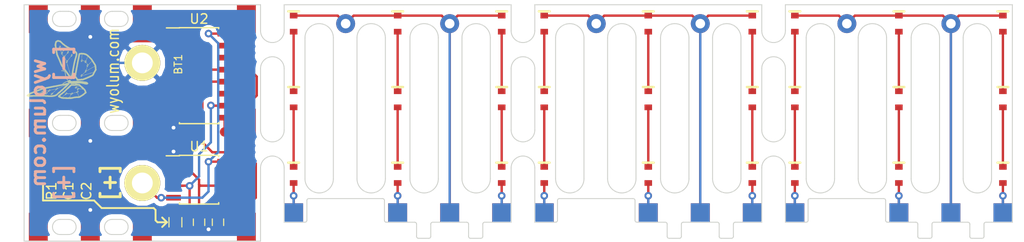
<source format=kicad_pcb>
(kicad_pcb (version 20171130) (host pcbnew 5.0.0-fee4fd1~66~ubuntu16.04.1)
  (layers (0 F.Cu signal) (31 B.Cu signal) (34 B.Paste user) (35 F.Paste user) (36 B.SilkS user hide) (37 F.SilkS user) (38 B.Mask user) (39 F.Mask user) (44 Edge.Cuts user))
  (net 0 "")
  (net 1 "Net-(D1-Pad1)")
  (net 2 "Net-(D2-Pad1)")
  (net 3 "Net-(D4-Pad1)")
  (net 4 "Net-(D5-Pad1)")
  (net 5 "Net-(D7-Pad1)")
  (net 6 "Net-(D8-Pad1)")
  (net 7 "Net-(D10-Pad1)")
  (net 8 "Net-(D11-Pad1)")
  (net 9 "Net-(D13-Pad1)")
  (net 10 "Net-(D14-Pad1)")
  (net 11 "Net-(D16-Pad1)")
  (net 12 "Net-(D17-Pad1)")
  (net 13 "Net-(D19-Pad1)")
  (net 14 "Net-(D20-Pad1)")
  (net 15 "Net-(D22-Pad1)")
  (net 16 "Net-(D23-Pad1)")
  (net 17 "Net-(D25-Pad1)")
  (net 18 "Net-(D26-Pad1)")
  (net 19 "Net-(J1-Pad1)")
  (net 20 /9V)
  (net 21 /GND)
  (net 22 /TR)
  (net 23 /CV)
  (net 24 /5)
  (net 25 /GND1)
  (net 26 /6)
  (net 27 /7)
  (net 28 /8)
  (net 29 /GND2)
  (net 30 /9)
  (net 31 /10)
  (net 32 /11)
  (net 33 /GND3)
  (net 34 /12)
  (net 35 /13)
  (net 36 /Q0)
  (net 37 /Q3)
  (net 38 /RST)
  (net 39 /Q4)
  (net 40 /Q5)
  (net 41 /Q6)
  (net 42 /Q7)
  (net 43 /Q8)
  (net 44 /Q9)
  (net 45 /Q10)
  (net 46 /Q11)
  (net 47 /Q12)
  (net 48 /Q13)
  (net 49 /OUT)
  (module 1sqinch555_fp:mouse-bite-2.5mm-slot (layer F.Cu) (at 116.75 52.75 90)
    (fp_text reference mouse-bite-2.5mm-slot hide)
    (fp_text value VAL** hide)
    (pad "" np_thru_hole circle (at 0.7 1.1 90) (size 0.5 0.5) (drill 0.5) (layers *.Cu *.Mask))
    (pad "" np_thru_hole circle (at -0.7 1.1 90) (size 0.5 0.5) (drill 0.5) (layers *.Cu *.Mask))
    (pad "" np_thru_hole circle (at -0.7 -1.1 90) (size 0.5 0.5) (drill 0.5) (layers *.Cu *.Mask))
    (pad "" np_thru_hole circle (at 0.7 -1.1 90) (size 0.5 0.5) (drill 0.5) (layers *.Cu *.Mask))
    (pad "" np_thru_hole circle (at 0 1.1 90) (size 0.5 0.5) (drill 0.5) (layers *.Cu *.Mask))
    (pad "" np_thru_hole circle (at 0 -1.1 90) (size 0.5 0.5) (drill 0.5) (layers *.Cu *.Mask))
  )
  (module 1sqinch555_fp:mouse-bite-2.5mm-slot (layer F.Cu) (at 116.75 42.25 90)
    (fp_text reference mouse-bite-2.5mm-slot hide)
    (fp_text value VAL** hide)
    (pad "" np_thru_hole circle (at 0 -1.1 90) (size 0.5 0.5) (drill 0.5) (layers *.Cu *.Mask))
    (pad "" np_thru_hole circle (at 0 1.1 90) (size 0.5 0.5) (drill 0.5) (layers *.Cu *.Mask))
    (pad "" np_thru_hole circle (at 0.7 -1.1 90) (size 0.5 0.5) (drill 0.5) (layers *.Cu *.Mask))
    (pad "" np_thru_hole circle (at -0.7 -1.1 90) (size 0.5 0.5) (drill 0.5) (layers *.Cu *.Mask))
    (pad "" np_thru_hole circle (at -0.7 1.1 90) (size 0.5 0.5) (drill 0.5) (layers *.Cu *.Mask))
    (pad "" np_thru_hole circle (at 0.7 1.1 90) (size 0.5 0.5) (drill 0.5) (layers *.Cu *.Mask))
  )
  (module 1sqinch555_fp:mouse-bite-2.5mm-slot (layer F.Cu) (at 90.25 52.75 90)
    (fp_text reference mouse-bite-2.5mm-slot hide)
    (fp_text value VAL** hide)
    (pad "" np_thru_hole circle (at 0 -1.1 90) (size 0.5 0.5) (drill 0.5) (layers *.Cu *.Mask))
    (pad "" np_thru_hole circle (at 0 1.1 90) (size 0.5 0.5) (drill 0.5) (layers *.Cu *.Mask))
    (pad "" np_thru_hole circle (at 0.7 -1.1 90) (size 0.5 0.5) (drill 0.5) (layers *.Cu *.Mask))
    (pad "" np_thru_hole circle (at -0.7 -1.1 90) (size 0.5 0.5) (drill 0.5) (layers *.Cu *.Mask))
    (pad "" np_thru_hole circle (at -0.7 1.1 90) (size 0.5 0.5) (drill 0.5) (layers *.Cu *.Mask))
    (pad "" np_thru_hole circle (at 0.7 1.1 90) (size 0.5 0.5) (drill 0.5) (layers *.Cu *.Mask))
  )
  (module 1sqinch555_fp:mouse-bite-2.5mm-slot (layer F.Cu) (at 90.25 42.25 90)
    (fp_text reference mouse-bite-2.5mm-slot hide)
    (fp_text value VAL** hide)
    (pad "" np_thru_hole circle (at 0.7 1.1 90) (size 0.5 0.5) (drill 0.5) (layers *.Cu *.Mask))
    (pad "" np_thru_hole circle (at -0.7 1.1 90) (size 0.5 0.5) (drill 0.5) (layers *.Cu *.Mask))
    (pad "" np_thru_hole circle (at -0.7 -1.1 90) (size 0.5 0.5) (drill 0.5) (layers *.Cu *.Mask))
    (pad "" np_thru_hole circle (at 0.7 -1.1 90) (size 0.5 0.5) (drill 0.5) (layers *.Cu *.Mask))
    (pad "" np_thru_hole circle (at 0 1.1 90) (size 0.5 0.5) (drill 0.5) (layers *.Cu *.Mask))
    (pad "" np_thru_hole circle (at 0 -1.1 90) (size 0.5 0.5) (drill 0.5) (layers *.Cu *.Mask))
  )
  (module 1sqinch555_fp:mouse-bite-2.5mm-slot (layer F.Cu) (at 63.75 42.25 90)
    (fp_text reference mouse-bite-2.5mm-slot hide)
    (fp_text value VAL** hide)
    (pad "" np_thru_hole circle (at 0 -1.1 90) (size 0.5 0.5) (drill 0.5) (layers *.Cu *.Mask))
    (pad "" np_thru_hole circle (at 0 1.1 90) (size 0.5 0.5) (drill 0.5) (layers *.Cu *.Mask))
    (pad "" np_thru_hole circle (at 0.7 -1.1 90) (size 0.5 0.5) (drill 0.5) (layers *.Cu *.Mask))
    (pad "" np_thru_hole circle (at -0.7 -1.1 90) (size 0.5 0.5) (drill 0.5) (layers *.Cu *.Mask))
    (pad "" np_thru_hole circle (at -0.7 1.1 90) (size 0.5 0.5) (drill 0.5) (layers *.Cu *.Mask))
    (pad "" np_thru_hole circle (at 0.7 1.1 90) (size 0.5 0.5) (drill 0.5) (layers *.Cu *.Mask))
  )
  (module 1sqinch555_fp:9V_clip_968 (layer F.Cu) (at 50 50 270)
    (fp_text reference BT1 (at -6.2 -3.8 270) (layer F.SilkS) (effects (font (size 0.8 0.8) (thickness 0.12))))
    (fp_text value 9V)
    (pad 2 thru_hole circle (at -6.35 0 270) (size 3.8 3.8) (drill 2.2) (layers *.Cu *.Mask F.SilkS) (net 21 /GND))
    (pad 1 thru_hole circle (at 6.35 0 270) (size 3.8 3.8) (drill 2.2) (layers *.Cu *.Mask F.SilkS) (net 20 /9V))
  )
  (module 1sqinch555_fp:D_0603 (layer F.Cu) (at 66 55.5 270)
    (fp_text reference D1 hide)
    (fp_text value LED)
    (pad 2 smd rect (at 0.85 0 270) (size 0.6 0.8) (layers F.Cu F.Paste F.Mask) (net 31 /10))
    (pad 1 smd rect (at -0.85 0 270) (size 0.6 0.8) (layers F.Cu F.Paste F.Mask) (net 1 "Net-(D1-Pad1)"))
  )
  (module 1sqinch555_fp:D_0603 (layer F.Cu) (at 65.999999 47.5 270)
    (fp_text reference D2 hide)
    (fp_text value LED)
    (pad 2 smd rect (at 0.85 0 270) (size 0.6 0.8) (layers F.Cu F.Paste F.Mask) (net 1 "Net-(D1-Pad1)"))
    (pad 1 smd rect (at -0.85 0 270) (size 0.6 0.8) (layers F.Cu F.Paste F.Mask) (net 2 "Net-(D2-Pad1)"))
  )
  (module 1sqinch555_fp:D_0603 (layer F.Cu) (at 66 39.5 270)
    (fp_text reference D3 hide)
    (fp_text value LED)
    (pad 2 smd rect (at 0.85 0 270) (size 0.6 0.8) (layers F.Cu F.Paste F.Mask) (net 2 "Net-(D2-Pad1)"))
    (pad 1 smd rect (at -0.85 0 270) (size 0.6 0.8) (layers F.Cu F.Paste F.Mask) (net 25 /GND1))
  )
  (module 1sqinch555_fp:D_0603 (layer F.Cu) (at 77 55.5 270)
    (fp_text reference D4 hide)
    (fp_text value LED)
    (pad 2 smd rect (at 0.85 0 270) (size 0.6 0.8) (layers F.Cu F.Paste F.Mask) (net 27 /7))
    (pad 1 smd rect (at -0.85 0 270) (size 0.6 0.8) (layers F.Cu F.Paste F.Mask) (net 3 "Net-(D4-Pad1)"))
  )
  (module 1sqinch555_fp:D_0603 (layer F.Cu) (at 77 47.5 270)
    (fp_text reference D5 hide)
    (fp_text value LED)
    (pad 2 smd rect (at 0.85 0 270) (size 0.6 0.8) (layers F.Cu F.Paste F.Mask) (net 3 "Net-(D4-Pad1)"))
    (pad 1 smd rect (at -0.85 0 270) (size 0.6 0.8) (layers F.Cu F.Paste F.Mask) (net 4 "Net-(D5-Pad1)"))
  )
  (module 1sqinch555_fp:D_0603 (layer F.Cu) (at 77 39.5 270)
    (fp_text reference D6 hide)
    (fp_text value LED)
    (pad 2 smd rect (at 0.85 0 270) (size 0.6 0.8) (layers F.Cu F.Paste F.Mask) (net 4 "Net-(D5-Pad1)"))
    (pad 1 smd rect (at -0.85 0 270) (size 0.6 0.8) (layers F.Cu F.Paste F.Mask) (net 25 /GND1))
  )
  (module 1sqinch555_fp:D_0603 (layer F.Cu) (at 88 55.5 270)
    (fp_text reference D7 hide)
    (fp_text value LED)
    (pad 2 smd rect (at 0.85 0 270) (size 0.6 0.8) (layers F.Cu F.Paste F.Mask) (net 32 /11))
    (pad 1 smd rect (at -0.85 0 270) (size 0.6 0.8) (layers F.Cu F.Paste F.Mask) (net 5 "Net-(D7-Pad1)"))
  )
  (module 1sqinch555_fp:D_0603 (layer F.Cu) (at 88.000001 47.5 270)
    (fp_text reference D8 hide)
    (fp_text value LED)
    (pad 2 smd rect (at 0.85 0 270) (size 0.6 0.8) (layers F.Cu F.Paste F.Mask) (net 5 "Net-(D7-Pad1)"))
    (pad 1 smd rect (at -0.85 0 270) (size 0.6 0.8) (layers F.Cu F.Paste F.Mask) (net 6 "Net-(D8-Pad1)"))
  )
  (module 1sqinch555_fp:D_0603 (layer F.Cu) (at 88 39.5 270)
    (fp_text reference D9 hide)
    (fp_text value LED)
    (pad 2 smd rect (at 0.85 0 270) (size 0.6 0.8) (layers F.Cu F.Paste F.Mask) (net 6 "Net-(D8-Pad1)"))
    (pad 1 smd rect (at -0.85 0 270) (size 0.6 0.8) (layers F.Cu F.Paste F.Mask) (net 25 /GND1))
  )
  (module 1sqinch555_fp:D_0603 (layer F.Cu) (at 92.5 55.5 270)
    (fp_text reference D10 hide)
    (fp_text value LED)
    (pad 2 smd rect (at 0.85 0 270) (size 0.6 0.8) (layers F.Cu F.Paste F.Mask) (net 30 /9))
    (pad 1 smd rect (at -0.85 0 270) (size 0.6 0.8) (layers F.Cu F.Paste F.Mask) (net 7 "Net-(D10-Pad1)"))
  )
  (module 1sqinch555_fp:D_0603 (layer F.Cu) (at 92.499999 47.5 270)
    (fp_text reference D11 hide)
    (fp_text value LED)
    (pad 2 smd rect (at 0.85 0 270) (size 0.6 0.8) (layers F.Cu F.Paste F.Mask) (net 7 "Net-(D10-Pad1)"))
    (pad 1 smd rect (at -0.85 0 270) (size 0.6 0.8) (layers F.Cu F.Paste F.Mask) (net 8 "Net-(D11-Pad1)"))
  )
  (module 1sqinch555_fp:D_0603 (layer F.Cu) (at 92.5 39.5 270)
    (fp_text reference D12 hide)
    (fp_text value LED)
    (pad 2 smd rect (at 0.85 0 270) (size 0.6 0.8) (layers F.Cu F.Paste F.Mask) (net 8 "Net-(D11-Pad1)"))
    (pad 1 smd rect (at -0.85 0 270) (size 0.6 0.8) (layers F.Cu F.Paste F.Mask) (net 29 /GND2))
  )
  (module 1sqinch555_fp:D_0603 (layer F.Cu) (at 103.5 55.5 270)
    (fp_text reference D13 hide)
    (fp_text value LED)
    (pad 2 smd rect (at 0.85 0 270) (size 0.6 0.8) (layers F.Cu F.Paste F.Mask) (net 26 /6))
    (pad 1 smd rect (at -0.85 0 270) (size 0.6 0.8) (layers F.Cu F.Paste F.Mask) (net 9 "Net-(D13-Pad1)"))
  )
  (module 1sqinch555_fp:D_0603 (layer F.Cu) (at 103.5 47.5 270)
    (fp_text reference D14 hide)
    (fp_text value LED)
    (pad 2 smd rect (at 0.85 0 270) (size 0.6 0.8) (layers F.Cu F.Paste F.Mask) (net 9 "Net-(D13-Pad1)"))
    (pad 1 smd rect (at -0.85 0 270) (size 0.6 0.8) (layers F.Cu F.Paste F.Mask) (net 10 "Net-(D14-Pad1)"))
  )
  (module 1sqinch555_fp:D_0603 (layer F.Cu) (at 103.5 39.5 270)
    (fp_text reference D15 hide)
    (fp_text value LED)
    (pad 2 smd rect (at 0.85 0 270) (size 0.6 0.8) (layers F.Cu F.Paste F.Mask) (net 10 "Net-(D14-Pad1)"))
    (pad 1 smd rect (at -0.85 0 270) (size 0.6 0.8) (layers F.Cu F.Paste F.Mask) (net 29 /GND2))
  )
  (module 1sqinch555_fp:D_0603 (layer F.Cu) (at 114.5 55.5 270)
    (fp_text reference D16 hide)
    (fp_text value LED)
    (pad 2 smd rect (at 0.85 0 270) (size 0.6 0.8) (layers F.Cu F.Paste F.Mask) (net 34 /12))
    (pad 1 smd rect (at -0.85 0 270) (size 0.6 0.8) (layers F.Cu F.Paste F.Mask) (net 11 "Net-(D16-Pad1)"))
  )
  (module 1sqinch555_fp:D_0603 (layer F.Cu) (at 114.500001 47.5 270)
    (fp_text reference D17 hide)
    (fp_text value LED)
    (pad 2 smd rect (at 0.85 0 270) (size 0.6 0.8) (layers F.Cu F.Paste F.Mask) (net 11 "Net-(D16-Pad1)"))
    (pad 1 smd rect (at -0.85 0 270) (size 0.6 0.8) (layers F.Cu F.Paste F.Mask) (net 12 "Net-(D17-Pad1)"))
  )
  (module 1sqinch555_fp:D_0603 (layer F.Cu) (at 114.5 39.5 270)
    (fp_text reference D18 hide)
    (fp_text value LED)
    (pad 2 smd rect (at 0.85 0 270) (size 0.6 0.8) (layers F.Cu F.Paste F.Mask) (net 12 "Net-(D17-Pad1)"))
    (pad 1 smd rect (at -0.85 0 270) (size 0.6 0.8) (layers F.Cu F.Paste F.Mask) (net 29 /GND2))
  )
  (module 1sqinch555_fp:D_0603 (layer F.Cu) (at 119 55.5 270)
    (fp_text reference D19 hide)
    (fp_text value LED)
    (pad 2 smd rect (at 0.85 0 270) (size 0.6 0.8) (layers F.Cu F.Paste F.Mask) (net 28 /8))
    (pad 1 smd rect (at -0.85 0 270) (size 0.6 0.8) (layers F.Cu F.Paste F.Mask) (net 13 "Net-(D19-Pad1)"))
  )
  (module 1sqinch555_fp:D_0603 (layer F.Cu) (at 118.999999 47.5 270)
    (fp_text reference D20 hide)
    (fp_text value LED)
    (pad 2 smd rect (at 0.85 0 270) (size 0.6 0.8) (layers F.Cu F.Paste F.Mask) (net 13 "Net-(D19-Pad1)"))
    (pad 1 smd rect (at -0.85 0 270) (size 0.6 0.8) (layers F.Cu F.Paste F.Mask) (net 14 "Net-(D20-Pad1)"))
  )
  (module 1sqinch555_fp:D_0603 (layer F.Cu) (at 119 39.5 270)
    (fp_text reference D21 hide)
    (fp_text value LED)
    (pad 2 smd rect (at 0.85 0 270) (size 0.6 0.8) (layers F.Cu F.Paste F.Mask) (net 14 "Net-(D20-Pad1)"))
    (pad 1 smd rect (at -0.85 0 270) (size 0.6 0.8) (layers F.Cu F.Paste F.Mask) (net 33 /GND3))
  )
  (module 1sqinch555_fp:D_0603 (layer F.Cu) (at 130 55.5 270)
    (fp_text reference D22 hide)
    (fp_text value LED)
    (pad 2 smd rect (at 0.85 0 270) (size 0.6 0.8) (layers F.Cu F.Paste F.Mask) (net 35 /13))
    (pad 1 smd rect (at -0.85 0 270) (size 0.6 0.8) (layers F.Cu F.Paste F.Mask) (net 15 "Net-(D22-Pad1)"))
  )
  (module 1sqinch555_fp:D_0603 (layer F.Cu) (at 130 47.5 270)
    (fp_text reference D23 hide)
    (fp_text value LED)
    (pad 2 smd rect (at 0.85 0 270) (size 0.6 0.8) (layers F.Cu F.Paste F.Mask) (net 15 "Net-(D22-Pad1)"))
    (pad 1 smd rect (at -0.85 0 270) (size 0.6 0.8) (layers F.Cu F.Paste F.Mask) (net 16 "Net-(D23-Pad1)"))
  )
  (module 1sqinch555_fp:D_0603 (layer F.Cu) (at 130 39.5 270)
    (fp_text reference D24 hide)
    (fp_text value LED)
    (pad 2 smd rect (at 0.85 0 270) (size 0.6 0.8) (layers F.Cu F.Paste F.Mask) (net 16 "Net-(D23-Pad1)"))
    (pad 1 smd rect (at -0.85 0 270) (size 0.6 0.8) (layers F.Cu F.Paste F.Mask) (net 33 /GND3))
  )
  (module 1sqinch555_fp:D_0603 (layer F.Cu) (at 141 55.5 270)
    (fp_text reference D25 hide)
    (fp_text value LED)
    (pad 2 smd rect (at 0.85 0 270) (size 0.6 0.8) (layers F.Cu F.Paste F.Mask) (net 24 /5))
    (pad 1 smd rect (at -0.85 0 270) (size 0.6 0.8) (layers F.Cu F.Paste F.Mask) (net 17 "Net-(D25-Pad1)"))
  )
  (module 1sqinch555_fp:D_0603 (layer F.Cu) (at 141.000001 47.5 270)
    (fp_text reference D26 hide)
    (fp_text value LED)
    (pad 2 smd rect (at 0.85 0 270) (size 0.6 0.8) (layers F.Cu F.Paste F.Mask) (net 17 "Net-(D25-Pad1)"))
    (pad 1 smd rect (at -0.85 0 270) (size 0.6 0.8) (layers F.Cu F.Paste F.Mask) (net 18 "Net-(D26-Pad1)"))
  )
  (module 1sqinch555_fp:D_0603 (layer F.Cu) (at 141 39.5 270)
    (fp_text reference D27 hide)
    (fp_text value LED)
    (pad 2 smd rect (at 0.85 0 270) (size 0.6 0.8) (layers F.Cu F.Paste F.Mask) (net 18 "Net-(D26-Pad1)"))
    (pad 1 smd rect (at -0.85 0 270) (size 0.6 0.8) (layers F.Cu F.Paste F.Mask) (net 33 /GND3))
  )
  (module 1sqinch555_fp:C_0603 (layer F.Cu) (at 56 60.5 270)
    (fp_text reference C1 (at -3.3 13.8 270) (layer F.SilkS))
    (fp_text value 10uF)
    (pad 2 smd rect (at 0.75 0 270) (size 0.8 0.75) (layers F.Cu F.Paste F.Mask) (net 21 /GND))
    (pad 1 smd rect (at -0.75 0 270) (size 0.8 0.75) (layers F.Cu F.Paste F.Mask) (net 22 /TR))
  )
  (module 1sqinch555_fp:C_0603 (layer F.Cu) (at 58 60.5 270)
    (fp_text reference C2 (at -3.3 13.9 270) (layer F.SilkS))
    (fp_text value 10nF)
    (pad 2 smd rect (at 0.75 0 270) (size 0.8 0.75) (layers F.Cu F.Paste F.Mask) (net 21 /GND))
    (pad 1 smd rect (at -0.75 0 270) (size 0.8 0.75) (layers F.Cu F.Paste F.Mask) (net 23 /CV))
  )
  (module 1sqinch555_fp:pad_2x2mm (layer F.Cu) (at 66 59.5 90)
    (fp_text reference J7 hide)
    (fp_text value Conn_01x01)
    (pad 1 smd rect (at 0 0 90) (size 2 2) (layers B.Cu B.Mask) (net 31 /10))
    (pad 1 smd rect (at 0 0 90) (size 2 2) (layers F.Cu F.Mask) (net 31 /10))
  )
  (module 1sqinch555_fp:pad_2x2mm (layer F.Cu) (at 77 59.499999 90)
    (fp_text reference J9 hide)
    (fp_text value Conn_01x01)
    (pad 1 smd rect (at 0 0 90) (size 2 2) (layers B.Cu B.Mask) (net 27 /7))
    (pad 1 smd rect (at 0 0 90) (size 2 2) (layers F.Cu F.Mask) (net 27 /7))
  )
  (module 1sqinch555_fp:pad_2x2mm (layer F.Cu) (at 88 59.5 90)
    (fp_text reference J11 hide)
    (fp_text value Conn_01x01)
    (pad 1 smd rect (at 0 0 90) (size 2 2) (layers B.Cu B.Mask) (net 32 /11))
    (pad 1 smd rect (at 0 0 90) (size 2 2) (layers F.Cu F.Mask) (net 32 /11))
  )
  (module 1sqinch555_fp:pad_2x2mm (layer F.Cu) (at 92.5 59.5 90)
    (fp_text reference J13 hide)
    (fp_text value Conn_01x01)
    (pad 1 smd rect (at 0 0 90) (size 2 2) (layers B.Cu B.Mask) (net 30 /9))
    (pad 1 smd rect (at 0 0 90) (size 2 2) (layers F.Cu F.Mask) (net 30 /9))
  )
  (module 1sqinch555_fp:pad_2x2mm (layer F.Cu) (at 103.5 59.499999 90)
    (fp_text reference J15 hide)
    (fp_text value Conn_01x01)
    (pad 1 smd rect (at 0 0 90) (size 2 2) (layers B.Cu B.Mask) (net 26 /6))
    (pad 1 smd rect (at 0 0 90) (size 2 2) (layers F.Cu F.Mask) (net 26 /6))
  )
  (module 1sqinch555_fp:pad_2x2mm (layer F.Cu) (at 114.5 59.5 90)
    (fp_text reference J17 hide)
    (fp_text value Conn_01x01)
    (pad 1 smd rect (at 0 0 90) (size 2 2) (layers B.Cu B.Mask) (net 34 /12))
    (pad 1 smd rect (at 0 0 90) (size 2 2) (layers F.Cu F.Mask) (net 34 /12))
  )
  (module 1sqinch555_fp:pad_2x2mm (layer F.Cu) (at 119 59.5 90)
    (fp_text reference J19 hide)
    (fp_text value Conn_01x01)
    (pad 1 smd rect (at 0 0 90) (size 2 2) (layers B.Cu B.Mask) (net 28 /8))
    (pad 1 smd rect (at 0 0 90) (size 2 2) (layers F.Cu F.Mask) (net 28 /8))
  )
  (module 1sqinch555_fp:pad_2x2mm (layer F.Cu) (at 130 59.499999 90)
    (fp_text reference J21 hide)
    (fp_text value Conn_01x01)
    (pad 1 smd rect (at 0 0 90) (size 2 2) (layers B.Cu B.Mask) (net 35 /13))
    (pad 1 smd rect (at 0 0 90) (size 2 2) (layers F.Cu F.Mask) (net 35 /13))
  )
  (module 1sqinch555_fp:pad_2x2mm (layer F.Cu) (at 141 59.5 90)
    (fp_text reference J23 hide)
    (fp_text value Conn_01x01)
    (pad 1 smd rect (at 0 0 90) (size 2 2) (layers B.Cu B.Mask) (net 24 /5))
    (pad 1 smd rect (at 0 0 90) (size 2 2) (layers F.Cu F.Mask) (net 24 /5))
  )
  (module 1sqinch555_fp:pad_2x2mm (layer F.Cu) (at 82.5 59.5 90)
    (fp_text reference J25 hide)
    (fp_text value Conn_01x01)
    (pad 1 smd rect (at 0 0 90) (size 2 2) (layers B.Cu B.Mask) (net 25 /GND1))
    (pad 1 smd rect (at 0 0 90) (size 2 2) (layers F.Cu F.Mask) (net 25 /GND1))
  )
  (module 1sqinch555_fp:pad_2x2mm (layer F.Cu) (at 109 59.5 90)
    (fp_text reference J27 hide)
    (fp_text value Conn_01x01)
    (pad 1 smd rect (at 0 0 90) (size 2 2) (layers B.Cu B.Mask) (net 29 /GND2))
    (pad 1 smd rect (at 0 0 90) (size 2 2) (layers F.Cu F.Mask) (net 29 /GND2))
  )
  (module 1sqinch555_fp:pad_2x2mm (layer F.Cu) (at 135.5 59.5 90)
    (fp_text reference J29 hide)
    (fp_text value Conn_01x01)
    (pad 1 smd rect (at 0 0 90) (size 2 2) (layers B.Cu B.Mask) (net 33 /GND3))
    (pad 1 smd rect (at 0 0 90) (size 2 2) (layers F.Cu F.Mask) (net 33 /GND3))
  )
  (module 1sqinch555_fp:R_0603 (layer F.Cu) (at 53.5 60.5 270)
    (fp_text reference R1 (at -3.3 13.1 270) (layer F.SilkS))
    (fp_text value 33k)
    (pad 1 smd rect (at -0.75 0 270) (size 0.5 0.9) (layers F.Cu F.Paste F.Mask) (net 49 /OUT))
    (pad 2 smd rect (at 0.75 0 270) (size 0.5 0.9) (layers F.Cu F.Paste F.Mask) (net 22 /TR))
  )
  (module 1sqinch555_fp:SOIC-8_3.9x4.9mm_Pitch1.27mm (layer F.Cu) (at 56 56)
    (fp_text reference U1 (at 0 -3.5) (layer F.SilkS))
    (fp_text value LM555)
    (pad 1 smd rect (at -2.7 -1.905) (size 1.55 0.6) (layers F.Cu F.Paste F.Mask) (net 21 /GND))
    (pad 2 smd rect (at -2.7 -0.635) (size 1.55 0.6) (layers F.Cu F.Paste F.Mask) (net 22 /TR))
    (pad 3 smd rect (at -2.7 0.635) (size 1.55 0.6) (layers F.Cu F.Paste F.Mask) (net 49 /OUT))
    (pad 4 smd rect (at -2.7 1.905) (size 1.55 0.6) (layers F.Cu F.Paste F.Mask) (net 20 /9V))
    (pad 5 smd rect (at 2.7 1.905) (size 1.55 0.6) (layers F.Cu F.Paste F.Mask) (net 23 /CV))
    (pad 6 smd rect (at 2.7 0.635) (size 1.55 0.6) (layers F.Cu F.Paste F.Mask) (net 22 /TR))
    (pad 7 smd rect (at 2.7 -0.635) (size 1.55 0.6) (layers F.Cu F.Paste F.Mask) (net 19 "Net-(J1-Pad1)"))
    (pad 8 smd rect (at 2.7 -1.905) (size 1.55 0.6) (layers F.Cu F.Paste F.Mask) (net 20 /9V))
  )
  (module 1sqinch555_fp:SOIC-16_3.9x9.9mm_Pitch1.27mm (layer F.Cu) (at 56 45)
    (fp_text reference U2 (at 0 -6) (layer F.SilkS))
    (fp_text value 4020)
    (pad 1 smd rect (at -2.7 -4.445) (size 1.5 0.6) (layers F.Cu F.Paste F.Mask) (net 46 /Q11))
    (pad 2 smd rect (at -2.7 -3.175) (size 1.5 0.6) (layers F.Cu F.Paste F.Mask) (net 47 /Q12))
    (pad 3 smd rect (at -2.7 -1.905) (size 1.5 0.6) (layers F.Cu F.Paste F.Mask) (net 48 /Q13))
    (pad 4 smd rect (at -2.7 -0.635) (size 1.5 0.6) (layers F.Cu F.Paste F.Mask) (net 40 /Q5))
    (pad 5 smd rect (at -2.7 0.635) (size 1.5 0.6) (layers F.Cu F.Paste F.Mask) (net 39 /Q4))
    (pad 6 smd rect (at -2.7 1.905) (size 1.5 0.6) (layers F.Cu F.Paste F.Mask) (net 41 /Q6))
    (pad 7 smd rect (at -2.7 3.175) (size 1.5 0.6) (layers F.Cu F.Paste F.Mask) (net 37 /Q3))
    (pad 8 smd rect (at -2.7 4.445) (size 1.5 0.6) (layers F.Cu F.Paste F.Mask) (net 21 /GND))
    (pad 9 smd rect (at 2.7 4.445) (size 1.5 0.6) (layers F.Cu F.Paste F.Mask) (net 36 /Q0))
    (pad 10 smd rect (at 2.7 3.175) (size 1.5 0.6) (layers F.Cu F.Paste F.Mask) (net 49 /OUT))
    (pad 11 smd rect (at 2.7 1.905) (size 1.5 0.6) (layers F.Cu F.Paste F.Mask) (net 38 /RST))
    (pad 12 smd rect (at 2.7 0.635) (size 1.5 0.6) (layers F.Cu F.Paste F.Mask) (net 43 /Q8))
    (pad 13 smd rect (at 2.7 -0.635) (size 1.5 0.6) (layers F.Cu F.Paste F.Mask) (net 42 /Q7))
    (pad 14 smd rect (at 2.7 -1.905) (size 1.5 0.6) (layers F.Cu F.Paste F.Mask) (net 44 /Q9))
    (pad 15 smd rect (at 2.7 -3.175) (size 1.5 0.6) (layers F.Cu F.Paste F.Mask) (net 45 /Q10))
    (pad 16 smd rect (at 2.7 -4.445) (size 1.5 0.6) (layers F.Cu F.Paste F.Mask) (net 20 /9V))
  )
  (module 1sqinch555_fp:Plated_Hole_d1.0mm (layer F.Cu) (at 71.5 39.5 90)
    (fp_text reference J30 hide)
    (fp_text value Conn_01x01)
    (pad 1 thru_hole circle (at 0 0 90) (size 2 2) (drill 1.016) (layers *.Cu *.Mask) (net 25 /GND1))
  )
  (module 1sqinch555_fp:Plated_Hole_d1.0mm (layer F.Cu) (at 82.5 39.5 90)
    (fp_text reference J31 hide)
    (fp_text value Conn_01x01)
    (pad 1 thru_hole circle (at 0 0 90) (size 2 2) (drill 1.016) (layers *.Cu *.Mask) (net 25 /GND1))
  )
  (module 1sqinch555_fp:Plated_Hole_d1.0mm (layer F.Cu) (at 98 39.5 90)
    (fp_text reference J32 hide)
    (fp_text value Conn_01x01)
    (pad 1 thru_hole circle (at 0 0 90) (size 2 2) (drill 1.016) (layers *.Cu *.Mask) (net 29 /GND2))
  )
  (module 1sqinch555_fp:Plated_Hole_d1.0mm (layer F.Cu) (at 109 39.5 90)
    (fp_text reference J33 hide)
    (fp_text value Conn_01x01)
    (pad 1 thru_hole circle (at 0 0 90) (size 2 2) (drill 1.016) (layers *.Cu *.Mask) (net 29 /GND2))
  )
  (module 1sqinch555_fp:Plated_Hole_d1.0mm (layer F.Cu) (at 135.5 39.5 90)
    (fp_text reference J34 hide)
    (fp_text value Conn_01x01)
    (pad 1 thru_hole circle (at 0 0 90) (size 2 2) (drill 1.016) (layers *.Cu *.Mask) (net 33 /GND3))
  )
  (module 1sqinch555_fp:Plated_Hole_d1.0mm (layer F.Cu) (at 124.5 39.5 90)
    (fp_text reference J35 hide)
    (fp_text value Conn_01x01)
    (pad 1 thru_hole circle (at 0 0 90) (size 2 2) (drill 1.016) (layers *.Cu *.Mask) (net 33 /GND3))
  )
  (module 1sqinch555_fp:pad_smd_1mm (layer F.Cu) (at 60.6 55.35 270)
    (fp_text reference J1 hide)
    (fp_text value Conn_01x01)
    (pad 1 smd circle (at 0 0 270) (size 1 1) (layers F.Cu F.Mask) (net 19 "Net-(J1-Pad1)"))
  )
  (module 1sqinch555_fp:pad_smd_1mm (layer F.Cu) (at 58.7 50.949999 270)
    (fp_text reference J2 hide)
    (fp_text value Conn_01x01)
    (pad 1 smd circle (at 0 0 270) (size 1 1) (layers F.Cu F.Mask) (net 36 /Q0))
  )
  (module 1sqinch555_fp:pad_smd_1mm (layer F.Cu) (at 51.65 48.15 270)
    (fp_text reference J3 hide)
    (fp_text value Conn_01x01)
    (pad 1 smd circle (at 0 0 270) (size 1 1) (layers F.Cu F.Mask) (net 37 /Q3))
  )
  (module 1sqinch555_fp:pad_smd_1mm (layer F.Cu) (at 60.45 46.9 270)
    (fp_text reference J4 hide)
    (fp_text value Conn_01x01)
    (pad 1 smd circle (at 0 0 270) (size 1 1) (layers F.Cu F.Mask) (net 38 /RST))
  )
  (module 1sqinch555_fp:pad_smd_1mm (layer F.Cu) (at 48.9 46.55 270)
    (fp_text reference J5 hide)
    (fp_text value Conn_01x01)
    (pad 1 smd circle (at 0 0 270) (size 1 1) (layers F.Cu F.Mask) (net 39 /Q4))
  )
  (module 1sqinch555_fp:pad_3x2mm_smd (layer F.Cu) (at 39 61 270)
    (fp_text reference J6 hide)
    (fp_text value Conn_01x01)
    (pad 1 smd rect (at 0 0 270) (size 3 2) (layers F.Cu F.Mask) (net 40 /Q5))
  )
  (module 1sqinch555_fp:pad_3x2mm_smd (layer F.Cu) (at 50 50 270)
    (fp_text reference J8 hide)
    (fp_text value Conn_01x01)
    (pad 1 smd rect (at 0 0 270) (size 3 2) (layers F.Cu F.Mask) (net 41 /Q6))
  )
  (module 1sqinch555_fp:pad_3x2mm_smd (layer F.Cu) (at 50 38.999999 270)
    (fp_text reference J10 hide)
    (fp_text value Conn_01x01)
    (pad 1 smd rect (at 0 0 270) (size 3 2) (layers F.Cu F.Mask) (net 42 /Q7))
  )
  (module 1sqinch555_fp:pad_3x2mm_smd (layer F.Cu) (at 61 61 270)
    (fp_text reference J12 hide)
    (fp_text value Conn_01x01)
    (pad 1 smd rect (at 0 0 270) (size 3 2) (layers F.Cu F.Mask) (net 43 /Q8))
  )
  (module 1sqinch555_fp:pad_3x2mm_smd (layer F.Cu) (at 61.000001 50 270)
    (fp_text reference J14 hide)
    (fp_text value Conn_01x01)
    (pad 1 smd rect (at 0 0 270) (size 3 2) (layers F.Cu F.Mask) (net 44 /Q9))
  )
  (module 1sqinch555_fp:pad_3x2mm_smd (layer F.Cu) (at 61 39 270)
    (fp_text reference J16 hide)
    (fp_text value Conn_01x01)
    (pad 1 smd rect (at 0 0 270) (size 3 2) (layers F.Cu F.Mask) (net 45 /Q10))
  )
  (module 1sqinch555_fp:pad_3x2mm_smd (layer F.Cu) (at 39 39 270)
    (fp_text reference J18 hide)
    (fp_text value Conn_01x01)
    (pad 1 smd rect (at 0 0 270) (size 3 2) (layers F.Cu F.Mask) (net 46 /Q11))
  )
  (module 1sqinch555_fp:pad_3x2mm_smd (layer F.Cu) (at 38.999999 50 270)
    (fp_text reference J20 hide)
    (fp_text value Conn_01x01)
    (pad 1 smd rect (at 0 0 270) (size 3 2) (layers F.Cu F.Mask) (net 47 /Q12))
  )
  (module 1sqinch555_fp:pad_3x2mm_smd (layer F.Cu) (at 50 61.000001 270)
    (fp_text reference J22 hide)
    (fp_text value Conn_01x01)
    (pad 1 smd rect (at 0 0 270) (size 3 2) (layers F.Cu F.Mask) (net 48 /Q13))
  )
  (module 1sqinch555_fp:pad_3x2mm_smd (layer F.Cu) (at 44.5 50 270)
    (fp_text reference J24 hide)
    (fp_text value Conn_01x01)
    (pad 1 smd rect (at 0 0 270) (size 3 2) (layers F.Cu F.Mask) (net 21 /GND))
  )
  (module 1sqinch555_fp:pad_3x2mm_smd (layer F.Cu) (at 44.5 39 270)
    (fp_text reference J26 hide)
    (fp_text value Conn_01x01)
    (pad 1 smd rect (at 0 0 270) (size 3 2) (layers F.Cu F.Mask) (net 21 /GND))
  )
  (module 1sqinch555_fp:pad_3x2mm_smd (layer F.Cu) (at 44.5 61 270)
    (fp_text reference J28 hide)
    (fp_text value Conn_01x01)
    (pad 1 smd rect (at 0 0 270) (size 3 2) (layers F.Cu F.Mask) (net 21 /GND))
  )
  (module 1sqinch555_fp:mouse-bite-2.5mm-slot (layer F.Cu) (at 63.75 52.75 90)
    (fp_text reference mouse-bite-2.5mm-slot hide)
    (fp_text value VAL** hide)
    (pad "" np_thru_hole circle (at 0.7 1.1 90) (size 0.5 0.5) (drill 0.5) (layers *.Cu *.Mask))
    (pad "" np_thru_hole circle (at -0.7 1.1 90) (size 0.5 0.5) (drill 0.5) (layers *.Cu *.Mask))
    (pad "" np_thru_hole circle (at -0.7 -1.1 90) (size 0.5 0.5) (drill 0.5) (layers *.Cu *.Mask))
    (pad "" np_thru_hole circle (at 0.7 -1.1 90) (size 0.5 0.5) (drill 0.5) (layers *.Cu *.Mask))
    (pad "" np_thru_hole circle (at 0 1.1 90) (size 0.5 0.5) (drill 0.5) (layers *.Cu *.Mask))
    (pad "" np_thru_hole circle (at 0 -1.1 90) (size 0.5 0.5) (drill 0.5) (layers *.Cu *.Mask))
  )
  (module 1sqinch555_fp:Logo-WL3 (layer F.Cu) (at 35.2 46.2 45)
    (fp_text reference G1 hide)
    (fp_text value Logo-WL3 hide)
  )
  (gr_text wyolum.com (at 39 50 90) (layer B.SilkS) (effects (font (size 1.5 1.5) (thickness 0.3)) (justify mirror)))
  (gr_text wyolum.com (at 46.9 44.5 90) (layer F.SilkS) (effects (font (size 1.25 1))))
  (gr_line (start 118 54.75) (end 118 60.5) (layer Edge.Cuts) (width 0.1))
  (gr_line (start 115.5 54.75) (end 115.5 60.5) (layer Edge.Cuts) (width 0.1))
  (gr_line (start 118 44.25) (end 118 50.75) (layer Edge.Cuts) (width 0.1))
  (gr_line (start 115.5 44.25) (end 115.5 50.75) (layer Edge.Cuts) (width 0.1))
  (gr_line (start 91.5 54.75) (end 91.5 60.5) (layer Edge.Cuts) (width 0.1))
  (gr_line (start 89 54.75) (end 89 60.5) (layer Edge.Cuts) (width 0.1))
  (gr_line (start 91.5 44.25) (end 91.5 50.75) (layer Edge.Cuts) (width 0.1))
  (gr_line (start 89 44.25) (end 89 50.75) (layer Edge.Cuts) (width 0.1))
  (gr_line (start 65 60.5) (end 65 54.75) (layer Edge.Cuts) (width 0.1))
  (gr_line (start 62.5 54.75) (end 62.5 62.5) (layer Edge.Cuts) (width 0.1))
  (gr_line (start 65 50.75) (end 65 44.25) (layer Edge.Cuts) (width 0.1))
  (gr_line (start 62.5 44.25) (end 62.5 50.75) (layer Edge.Cuts) (width 0.1))
  (gr_arc (start 116.75 54.75) (end 118 54.75) (angle -180) (layer Edge.Cuts) (width 0.1))
  (gr_arc (start 116.75 50.75) (end 115.5 50.75) (angle -180) (layer Edge.Cuts) (width 0.1))
  (gr_arc (start 116.75 44.25) (end 118 44.25) (angle -180) (layer Edge.Cuts) (width 0.1))
  (gr_arc (start 116.75 40.25) (end 115.5 40.25) (angle -180) (layer Edge.Cuts) (width 0.1))
  (gr_arc (start 90.25 40.25) (end 89 40.25) (angle -180) (layer Edge.Cuts) (width 0.1))
  (gr_arc (start 90.25 44.25) (end 91.5 44.25) (angle -180) (layer Edge.Cuts) (width 0.1))
  (gr_arc (start 90.25 50.75) (end 89 50.75) (angle -180) (layer Edge.Cuts) (width 0.1))
  (gr_arc (start 90.25 54.75) (end 91.5 54.75) (angle -180) (layer Edge.Cuts) (width 0.1))
  (gr_arc (start 63.75 54.75) (end 65 54.75) (angle -180) (layer Edge.Cuts) (width 0.1))
  (gr_arc (start 63.75 50.75) (end 62.5 50.75) (angle -180) (layer Edge.Cuts) (width 0.1))
  (gr_arc (start 63.75 44.25) (end 65 44.25) (angle -180) (layer Edge.Cuts) (width 0.1))
  (gr_arc (start 63.75 40.25) (end 62.5 40.25) (angle -180) (layer Edge.Cuts) (width 0.1))
  (gr_line (start 120.200001 55.9) (end 120.2 40.999999) (layer Edge.Cuts) (width 0.1))
  (gr_line (start 139.8 40.999999) (end 139.799999 55.9) (layer Edge.Cuts) (width 0.1))
  (gr_arc (start 138.3 55.9) (end 136.8 55.9) (angle -180) (layer Edge.Cuts) (width 0.1))
  (gr_line (start 134.3 41) (end 134.3 55.9) (layer Edge.Cuts) (width 0.1))
  (gr_line (start 123.2 41) (end 123.2 55.9) (layer Edge.Cuts) (width 0.1))
  (gr_arc (start 132.8 41) (end 134.3 41) (angle -180) (layer Edge.Cuts) (width 0.1))
  (gr_line (start 136.8 55.9) (end 136.8 41) (layer Edge.Cuts) (width 0.1))
  (gr_arc (start 121.7 55.9) (end 120.200001 55.9) (angle -180) (layer Edge.Cuts) (width 0.1))
  (gr_arc (start 121.7 41) (end 123.2 41) (angle -180) (layer Edge.Cuts) (width 0.1))
  (gr_arc (start 138.3 41) (end 139.8 40.999999) (angle -180) (layer Edge.Cuts) (width 0.1))
  (gr_arc (start 127.2 41) (end 128.7 41) (angle -180) (layer Edge.Cuts) (width 0.1))
  (gr_line (start 131.3 55.9) (end 131.3 41) (layer Edge.Cuts) (width 0.1))
  (gr_line (start 125.7 55.9) (end 125.7 41) (layer Edge.Cuts) (width 0.1))
  (gr_arc (start 127.2 55.9) (end 125.7 55.9) (angle -180) (layer Edge.Cuts) (width 0.1))
  (gr_line (start 128.7 41) (end 128.7 55.9) (layer Edge.Cuts) (width 0.1))
  (gr_arc (start 132.8 55.9) (end 131.3 55.9) (angle -180) (layer Edge.Cuts) (width 0.1))
  (gr_arc (start 106.3 55.9) (end 104.8 55.9) (angle -180) (layer Edge.Cuts) (width 0.1))
  (gr_arc (start 106.3 41) (end 107.8 41) (angle -180) (layer Edge.Cuts) (width 0.1))
  (gr_line (start 99.2 55.9) (end 99.2 41) (layer Edge.Cuts) (width 0.1))
  (gr_line (start 102.2 41) (end 102.2 55.9) (layer Edge.Cuts) (width 0.1))
  (gr_line (start 107.8 41) (end 107.8 55.9) (layer Edge.Cuts) (width 0.1))
  (gr_line (start 96.7 41) (end 96.7 55.9) (layer Edge.Cuts) (width 0.1))
  (gr_arc (start 100.7 41) (end 102.2 41) (angle -180) (layer Edge.Cuts) (width 0.1))
  (gr_line (start 93.700001 55.9) (end 93.7 40.999999) (layer Edge.Cuts) (width 0.1))
  (gr_arc (start 95.2 41) (end 96.7 41) (angle -180) (layer Edge.Cuts) (width 0.1))
  (gr_line (start 104.8 55.9) (end 104.8 41) (layer Edge.Cuts) (width 0.1))
  (gr_line (start 110.3 55.9) (end 110.3 41) (layer Edge.Cuts) (width 0.1))
  (gr_line (start 113.3 40.999999) (end 113.299999 55.9) (layer Edge.Cuts) (width 0.1))
  (gr_arc (start 111.8 55.9) (end 110.3 55.9) (angle -180) (layer Edge.Cuts) (width 0.1))
  (gr_arc (start 111.8 41) (end 113.3 40.999999) (angle -180) (layer Edge.Cuts) (width 0.1))
  (gr_arc (start 95.2 55.9) (end 93.700001 55.9) (angle -180) (layer Edge.Cuts) (width 0.1))
  (gr_arc (start 100.7 55.9) (end 99.2 55.9) (angle -180) (layer Edge.Cuts) (width 0.1))
  (gr_line (start 67.200001 55.9) (end 67.2 40.999999) (layer Edge.Cuts) (width 0.1))
  (gr_line (start 70.2 41) (end 70.2 55.9) (layer Edge.Cuts) (width 0.1))
  (gr_arc (start 68.7 41) (end 70.2 41) (angle -180) (layer Edge.Cuts) (width 0.1))
  (gr_arc (start 68.7 55.9) (end 67.200001 55.9) (angle -180) (layer Edge.Cuts) (width 0.1))
  (gr_arc (start 74.2 55.9) (end 72.7 55.9) (angle -180) (layer Edge.Cuts) (width 0.1))
  (gr_arc (start 74.2 41) (end 75.7 41) (angle -180) (layer Edge.Cuts) (width 0.1))
  (gr_line (start 75.7 41) (end 75.7 55.9) (layer Edge.Cuts) (width 0.1))
  (gr_line (start 72.7 55.9) (end 72.7 41) (layer Edge.Cuts) (width 0.1))
  (gr_line (start 78.3 55.9) (end 78.3 41) (layer Edge.Cuts) (width 0.1))
  (gr_line (start 81.3 41) (end 81.3 55.9) (layer Edge.Cuts) (width 0.1))
  (gr_arc (start 79.8 55.9) (end 78.3 55.9) (angle -180) (layer Edge.Cuts) (width 0.1))
  (gr_arc (start 79.8 41) (end 81.3 41) (angle -180) (layer Edge.Cuts) (width 0.1))
  (gr_line (start 128.8 60.5) (end 131.8 60.5) (layer Edge.Cuts) (width 0.1))
  (gr_line (start 137.3 60.5) (end 135.5 60.5) (layer Edge.Cuts) (width 0.1))
  (gr_arc (start 138.8 62) (end 138.8 62.2) (angle -90) (layer Edge.Cuts) (width 0.1))
  (gr_arc (start 132.2 62) (end 132 62) (angle -90) (layer Edge.Cuts) (width 0.1))
  (gr_arc (start 137.3 60.7) (end 137.499999 60.7) (angle -90) (layer Edge.Cuts) (width 0.1))
  (gr_arc (start 137.7 62) (end 137.5 62) (angle -90) (layer Edge.Cuts) (width 0.1))
  (gr_arc (start 120.2 60.3) (end 120.2 60.5) (angle -90) (layer Edge.Cuts) (width 0.1))
  (gr_arc (start 128.8 60.3) (end 128.6 60.3) (angle -90) (layer Edge.Cuts) (width 0.1))
  (gr_line (start 139.000001 60.7) (end 139 62) (layer Edge.Cuts) (width 0.1))
  (gr_arc (start 131.8 60.7) (end 132 60.7) (angle -90) (layer Edge.Cuts) (width 0.1))
  (gr_arc (start 128.4 58.2) (end 128.6 58.2) (angle -90) (layer Edge.Cuts) (width 0.1))
  (gr_arc (start 120.6 58.2) (end 120.6 58) (angle -90) (layer Edge.Cuts) (width 0.1))
  (gr_line (start 132 62) (end 132 60.7) (layer Edge.Cuts) (width 0.1))
  (gr_line (start 133.5 60.7) (end 133.5 62) (layer Edge.Cuts) (width 0.1))
  (gr_line (start 120.399999 58.2) (end 120.4 60.3) (layer Edge.Cuts) (width 0.1))
  (gr_line (start 138.8 62.2) (end 137.7 62.2) (layer Edge.Cuts) (width 0.1))
  (gr_line (start 135.5 60.5) (end 133.7 60.5) (layer Edge.Cuts) (width 0.1))
  (gr_line (start 120.2 60.5) (end 118 60.5) (layer Edge.Cuts) (width 0.1))
  (gr_arc (start 133.3 62) (end 133.3 62.2) (angle -90) (layer Edge.Cuts) (width 0.1))
  (gr_line (start 142 60.5) (end 139.2 60.5) (layer Edge.Cuts) (width 0.1))
  (gr_line (start 128.6 60.3) (end 128.6 58.2) (layer Edge.Cuts) (width 0.1))
  (gr_line (start 133.3 62.2) (end 132.2 62.2) (layer Edge.Cuts) (width 0.1))
  (gr_arc (start 139.2 60.7) (end 139.2 60.5) (angle -90) (layer Edge.Cuts) (width 0.1))
  (gr_line (start 137.5 62) (end 137.499999 60.7) (layer Edge.Cuts) (width 0.1))
  (gr_line (start 128.4 58) (end 120.6 58) (layer Edge.Cuts) (width 0.1))
  (gr_arc (start 133.700001 60.7) (end 133.7 60.5) (angle -90) (layer Edge.Cuts) (width 0.1))
  (gr_arc (start 105.7 62) (end 105.5 62) (angle -90) (layer Edge.Cuts) (width 0.1))
  (gr_arc (start 110.8 60.7) (end 110.999999 60.7) (angle -90) (layer Edge.Cuts) (width 0.1))
  (gr_arc (start 101.9 58.2) (end 102.1 58.2) (angle -90) (layer Edge.Cuts) (width 0.1))
  (gr_arc (start 94.1 58.2) (end 94.1 58) (angle -90) (layer Edge.Cuts) (width 0.1))
  (gr_arc (start 93.7 60.3) (end 93.7 60.5) (angle -90) (layer Edge.Cuts) (width 0.1))
  (gr_arc (start 112.7 60.7) (end 112.7 60.5) (angle -90) (layer Edge.Cuts) (width 0.1))
  (gr_line (start 102.3 60.5) (end 105.3 60.5) (layer Edge.Cuts) (width 0.1))
  (gr_line (start 102.1 60.3) (end 102.1 58.2) (layer Edge.Cuts) (width 0.1))
  (gr_arc (start 107.200001 60.7) (end 107.2 60.5) (angle -90) (layer Edge.Cuts) (width 0.1))
  (gr_arc (start 102.3 60.3) (end 102.1 60.3) (angle -90) (layer Edge.Cuts) (width 0.1))
  (gr_line (start 101.9 58) (end 94.1 58) (layer Edge.Cuts) (width 0.1))
  (gr_arc (start 105.3 60.7) (end 105.5 60.7) (angle -90) (layer Edge.Cuts) (width 0.1))
  (gr_arc (start 111.2 62) (end 111 62) (angle -90) (layer Edge.Cuts) (width 0.1))
  (gr_line (start 93.899999 58.2) (end 93.9 60.3) (layer Edge.Cuts) (width 0.1))
  (gr_arc (start 106.8 62) (end 106.8 62.2) (angle -90) (layer Edge.Cuts) (width 0.1))
  (gr_line (start 93.7 60.5) (end 91.5 60.5) (layer Edge.Cuts) (width 0.1))
  (gr_line (start 115.5 60.5) (end 112.7 60.5) (layer Edge.Cuts) (width 0.1))
  (gr_line (start 112.500001 60.7) (end 112.5 62) (layer Edge.Cuts) (width 0.1))
  (gr_line (start 112.3 62.2) (end 111.2 62.2) (layer Edge.Cuts) (width 0.1))
  (gr_line (start 111 62) (end 110.999999 60.7) (layer Edge.Cuts) (width 0.1))
  (gr_line (start 110.8 60.5) (end 109 60.5) (layer Edge.Cuts) (width 0.1))
  (gr_line (start 109 60.5) (end 107.2 60.5) (layer Edge.Cuts) (width 0.1))
  (gr_line (start 107 60.7) (end 107 62) (layer Edge.Cuts) (width 0.1))
  (gr_line (start 106.8 62.2) (end 105.7 62.2) (layer Edge.Cuts) (width 0.1))
  (gr_line (start 105.5 62) (end 105.5 60.7) (layer Edge.Cuts) (width 0.1))
  (gr_arc (start 112.3 62) (end 112.3 62.2) (angle -90) (layer Edge.Cuts) (width 0.1))
  (gr_arc (start 86.2 60.7) (end 86.2 60.5) (angle -90) (layer Edge.Cuts) (width 0.1))
  (gr_arc (start 85.8 62) (end 85.8 62.2) (angle -90) (layer Edge.Cuts) (width 0.1))
  (gr_arc (start 84.7 62) (end 84.5 62) (angle -90) (layer Edge.Cuts) (width 0.1))
  (gr_arc (start 84.3 60.7) (end 84.499999 60.7) (angle -90) (layer Edge.Cuts) (width 0.1))
  (gr_arc (start 80.700001 60.7) (end 80.7 60.5) (angle -90) (layer Edge.Cuts) (width 0.1))
  (gr_arc (start 80.3 62) (end 80.3 62.2) (angle -90) (layer Edge.Cuts) (width 0.1))
  (gr_arc (start 79.2 62) (end 79 62) (angle -90) (layer Edge.Cuts) (width 0.1))
  (gr_arc (start 78.8 60.7) (end 79 60.7) (angle -90) (layer Edge.Cuts) (width 0.1))
  (gr_arc (start 67.2 60.3) (end 67.2 60.5) (angle -90) (layer Edge.Cuts) (width 0.1))
  (gr_arc (start 67.6 58.2) (end 67.6 58) (angle -90) (layer Edge.Cuts) (width 0.1))
  (gr_arc (start 75.4 58.2) (end 75.6 58.2) (angle -90) (layer Edge.Cuts) (width 0.1))
  (gr_arc (start 75.8 60.3) (end 75.6 60.3) (angle -90) (layer Edge.Cuts) (width 0.1))
  (gr_line (start 75.8 60.5) (end 78.8 60.5) (layer Edge.Cuts) (width 0.1))
  (gr_line (start 67.399999 58.2) (end 67.4 60.3) (layer Edge.Cuts) (width 0.1))
  (gr_line (start 75.4 58) (end 67.6 58) (layer Edge.Cuts) (width 0.1))
  (gr_line (start 75.6 60.3) (end 75.6 58.2) (layer Edge.Cuts) (width 0.1))
  (gr_arc (start 85.3 41) (end 86.8 40.999999) (angle -180) (layer Edge.Cuts) (width 0.1))
  (gr_arc (start 85.3 55.9) (end 83.8 55.9) (angle -180) (layer Edge.Cuts) (width 0.1))
  (gr_line (start 86.8 40.999999) (end 86.799999 55.9) (layer Edge.Cuts) (width 0.1))
  (gr_line (start 83.8 55.9) (end 83.8 41) (layer Edge.Cuts) (width 0.1))
  (gr_text [+] (at 41.8 56.3 270) (layer B.SilkS) (effects (font (size 1.5 1.5) (thickness 0.3)) (justify mirror)))
  (gr_text [-] (at 41.8 43.7 270) (layer B.SilkS) (effects (font (size 1.5 1.5) (thickness 0.3)) (justify mirror)))
  (gr_text [+] (at 46.7 56.3 270) (layer F.SilkS) (effects (font (size 1.5 1.5) (thickness 0.3))))
  (gr_line (start 52.1 60) (end 52.6 60.5) (layer F.SilkS) (width 0.2))
  (gr_line (start 52.6 60.5) (end 52.1 61) (layer F.SilkS) (width 0.2))
  (gr_line (start 51.6 60.5) (end 52.6 60.5) (layer F.SilkS) (width 0.2))
  (gr_line (start 51.4 60.3) (end 51.6 60.5) (layer F.SilkS) (width 0.2))
  (gr_line (start 51.4 59.2) (end 51.4 60.3) (layer F.SilkS) (width 0.2))
  (gr_line (start 51.2 59) (end 51.4 59.2) (layer F.SilkS) (width 0.2))
  (gr_line (start 45.7 59) (end 51.2 59) (layer F.SilkS) (width 0.2))
  (gr_line (start 44.9 58.2) (end 45.7 59) (layer F.SilkS) (width 0.2))
  (gr_line (start 39.5 58.2) (end 44.9 58.2) (layer F.SilkS) (width 0.2))
  (gr_line (start 39.5 56.4) (end 39.5 58.2) (layer F.SilkS) (width 0.2))
  (gr_line (start 118 40.25) (end 118 37.5) (layer Edge.Cuts) (width 0.1))
  (gr_line (start 142 37.5) (end 142 60.5) (layer Edge.Cuts) (width 0.1))
  (gr_line (start 118 37.5) (end 142 37.5) (layer Edge.Cuts) (width 0.1))
  (gr_line (start 91.5 37.5) (end 115.5 37.5) (layer Edge.Cuts) (width 0.1))
  (gr_line (start 115.5 37.5) (end 115.5 40.25) (layer Edge.Cuts) (width 0.1))
  (gr_line (start 91.5 40.25) (end 91.5 37.5) (layer Edge.Cuts) (width 0.1))
  (gr_line (start 79 62) (end 79 60.7) (layer Edge.Cuts) (width 0.1))
  (gr_line (start 80.3 62.2) (end 79.2 62.2) (layer Edge.Cuts) (width 0.1))
  (gr_line (start 80.5 60.7) (end 80.5 62) (layer Edge.Cuts) (width 0.1))
  (gr_line (start 82.5 60.5) (end 80.7 60.5) (layer Edge.Cuts) (width 0.1))
  (gr_line (start 84.3 60.5) (end 82.5 60.5) (layer Edge.Cuts) (width 0.1))
  (gr_line (start 84.5 62) (end 84.499999 60.7) (layer Edge.Cuts) (width 0.1))
  (gr_line (start 85.8 62.2) (end 84.7 62.2) (layer Edge.Cuts) (width 0.1))
  (gr_line (start 86.000001 60.7) (end 86 62) (layer Edge.Cuts) (width 0.1))
  (gr_line (start 89 60.5) (end 86.2 60.5) (layer Edge.Cuts) (width 0.1))
  (gr_line (start 89 37.5) (end 89 40.25) (layer Edge.Cuts) (width 0.1))
  (gr_line (start 65 37.5) (end 89 37.5) (layer Edge.Cuts) (width 0.1))
  (gr_line (start 65 40.25) (end 65 37.5) (layer Edge.Cuts) (width 0.1))
  (gr_line (start 67.2 60.5) (end 65 60.5) (layer Edge.Cuts) (width 0.1))
  (gr_arc (start 47.7 61) (end 47.699999 61.8) (angle -180) (layer Edge.Cuts) (width 0.1))
  (gr_arc (start 46.8 61) (end 46.8 60.2) (angle -180) (layer Edge.Cuts) (width 0.1))
  (gr_line (start 47.699999 61.8) (end 46.8 61.8) (layer Edge.Cuts) (width 0.1))
  (gr_line (start 46.8 60.2) (end 47.7 60.2) (layer Edge.Cuts) (width 0.1))
  (gr_line (start 42.2 61.8) (end 41.3 61.8) (layer Edge.Cuts) (width 0.1))
  (gr_line (start 41.3 60.2) (end 42.2 60.2) (layer Edge.Cuts) (width 0.1))
  (gr_arc (start 41.3 61.000001) (end 41.3 60.2) (angle -180) (layer Edge.Cuts) (width 0.1))
  (gr_arc (start 42.200001 61) (end 42.2 61.8) (angle -180) (layer Edge.Cuts) (width 0.1))
  (gr_arc (start 41.3 50) (end 41.3 49.200001) (angle -180) (layer Edge.Cuts) (width 0.1))
  (gr_line (start 42.200001 50.8) (end 41.3 50.799999) (layer Edge.Cuts) (width 0.1))
  (gr_line (start 41.3 49.200001) (end 42.200001 49.2) (layer Edge.Cuts) (width 0.1))
  (gr_arc (start 42.2 50) (end 42.200001 50.8) (angle -180) (layer Edge.Cuts) (width 0.1))
  (gr_line (start 47.7 50.8) (end 46.8 50.8) (layer Edge.Cuts) (width 0.1))
  (gr_arc (start 47.699999 50) (end 47.7 50.8) (angle -180) (layer Edge.Cuts) (width 0.1))
  (gr_line (start 46.8 49.2) (end 47.7 49.2) (layer Edge.Cuts) (width 0.1))
  (gr_arc (start 46.8 50) (end 46.8 49.2) (angle -180) (layer Edge.Cuts) (width 0.1))
  (gr_line (start 46.8 38.2) (end 47.699999 38.2) (layer Edge.Cuts) (width 0.1))
  (gr_line (start 47.7 39.8) (end 46.8 39.8) (layer Edge.Cuts) (width 0.1))
  (gr_arc (start 47.7 39) (end 47.7 39.8) (angle -180) (layer Edge.Cuts) (width 0.1))
  (gr_arc (start 46.8 39) (end 46.8 38.2) (angle -180) (layer Edge.Cuts) (width 0.1))
  (gr_arc (start 42.200001 39) (end 42.2 39.8) (angle -180) (layer Edge.Cuts) (width 0.1))
  (gr_arc (start 41.3 38.999999) (end 41.3 38.2) (angle -180) (layer Edge.Cuts) (width 0.1))
  (gr_line (start 42.2 39.8) (end 41.3 39.8) (layer Edge.Cuts) (width 0.1))
  (gr_line (start 41.3 38.2) (end 42.2 38.2) (layer Edge.Cuts) (width 0.1))
  (gr_line (start 37.5 37.5) (end 62.5 37.5) (layer Edge.Cuts) (width 0.1))
  (gr_line (start 37.5 62.5) (end 37.5 37.5) (layer Edge.Cuts) (width 0.1))
  (gr_line (start 62.5 62.5) (end 37.5 62.5) (layer Edge.Cuts) (width 0.1))
  (gr_line (start 62.5 37.5) (end 62.5 40.25) (layer Edge.Cuts) (width 0.1))
  (segment (start 66 54.65) (end 66 48.35) (width 0.25) (layer F.Cu) (net 1))
  (segment (start 66 46.65) (end 66 40.35) (width 0.25) (layer F.Cu) (net 2))
  (segment (start 77 54.649999) (end 77 48.35) (width 0.25) (layer F.Cu) (net 3))
  (segment (start 77 46.65) (end 77 40.350001) (width 0.25) (layer F.Cu) (net 4))
  (segment (start 88 54.65) (end 88 48.35) (width 0.25) (layer F.Cu) (net 5))
  (segment (start 88 46.65) (end 88 46.1) (width 0.25) (layer F.Cu) (net 6))
  (segment (start 88 46.1) (end 88 40.35) (width 0.25) (layer F.Cu) (net 6))
  (segment (start 92.5 54.65) (end 92.5 48.35) (width 0.25) (layer F.Cu) (net 7))
  (segment (start 92.5 46.65) (end 92.5 40.35) (width 0.25) (layer F.Cu) (net 8))
  (segment (start 103.5 48.35) (end 103.5 54.649999) (width 0.25) (layer F.Cu) (net 9))
  (segment (start 103.5 46.65) (end 103.5 40.350001) (width 0.25) (layer F.Cu) (net 10))
  (segment (start 114.5 54.65) (end 114.5 48.35) (width 0.25) (layer F.Cu) (net 11))
  (segment (start 114.5 46.65) (end 114.5 40.35) (width 0.25) (layer F.Cu) (net 12))
  (segment (start 119 54.65) (end 119 48.35) (width 0.25) (layer F.Cu) (net 13))
  (segment (start 119 46.1) (end 119 40.35) (width 0.25) (layer F.Cu) (net 14))
  (segment (start 119 46.65) (end 119 46.1) (width 0.25) (layer F.Cu) (net 14))
  (segment (start 130 54.649999) (end 130 48.35) (width 0.25) (layer F.Cu) (net 15))
  (segment (start 130 46.65) (end 130 40.350001) (width 0.25) (layer F.Cu) (net 16))
  (segment (start 141 54.65) (end 141 48.35) (width 0.25) (layer F.Cu) (net 17))
  (segment (start 141 46.65) (end 141 40.35) (width 0.25) (layer F.Cu) (net 18))
  (segment (start 60.585 55.365) (end 60.6 55.35) (width 0.25) (layer F.Cu) (net 19))
  (segment (start 58.7 55.365) (end 60.585 55.365) (width 0.25) (layer F.Cu) (net 19))
  (segment (start 51.555 57.905) (end 50 56.35) (width 0.25) (layer F.Cu) (net 20))
  (via (at 52 57.905001) (size 0.8) (drill 0.4) (layers F.Cu B.Cu) (net 20))
  (segment (start 53.299999 57.905) (end 52 57.905001) (width 0.25) (layer F.Cu) (net 20))
  (segment (start 52 57.905001) (end 51.555 57.905) (width 0.25) (layer F.Cu) (net 20))
  (via (at 57 40.550008) (size 0.8) (drill 0.4) (layers F.Cu B.Cu) (net 20))
  (segment (start 58.7 40.554999) (end 57.004992 40.555) (width 0.25) (layer F.Cu) (net 20))
  (segment (start 57.004992 40.555) (end 57 40.550008) (width 0.25) (layer F.Cu) (net 20))
  (segment (start 57.004996 54.095) (end 56.999999 54.099996) (width 0.25) (layer F.Cu) (net 20))
  (segment (start 58.7 54.095) (end 57.004996 54.095) (width 0.25) (layer F.Cu) (net 20))
  (via (at 56.999999 54.099996) (size 0.8) (drill 0.4) (layers F.Cu B.Cu) (net 20))
  (segment (start 57 57.25) (end 56.999999 54.099996) (width 0.25) (layer B.Cu) (net 20))
  (segment (start 56.345 57.905001) (end 57 57.25) (width 0.25) (layer B.Cu) (net 20))
  (segment (start 52 57.905001) (end 56.345 57.905001) (width 0.25) (layer B.Cu) (net 20))
  (segment (start 58.025002 53.074994) (end 57.399999 53.699996) (width 0.25) (layer B.Cu) (net 20))
  (segment (start 58.025002 41.57501) (end 58.025002 53.074994) (width 0.25) (layer B.Cu) (net 20))
  (segment (start 57.399999 53.699996) (end 56.999999 54.099996) (width 0.25) (layer B.Cu) (net 20))
  (segment (start 57 40.550008) (end 58.025002 41.57501) (width 0.25) (layer B.Cu) (net 20))
  (via (at 44.5 51.9) (size 0.8) (drill 0.4) (layers F.Cu B.Cu) (net 21))
  (segment (start 44.5 50) (end 44.5 51.9) (width 0.25) (layer F.Cu) (net 21))
  (via (at 44.5 59.2) (size 0.8) (drill 0.4) (layers F.Cu B.Cu) (net 21))
  (segment (start 44.5 61) (end 44.5 59.2) (width 0.25) (layer F.Cu) (net 21))
  (via (at 53.3 50.5) (size 0.8) (drill 0.4) (layers F.Cu B.Cu) (net 21))
  (segment (start 53.3 49.445) (end 53.3 50.5) (width 0.25) (layer F.Cu) (net 21))
  (via (at 57 61.25) (size 0.8) (drill 0.4) (layers F.Cu B.Cu) (net 21))
  (segment (start 56 61.25) (end 57 61.25) (width 0.25) (layer F.Cu) (net 21))
  (segment (start 58 61.25) (end 57 61.25) (width 0.25) (layer F.Cu) (net 21))
  (via (at 53.299999 53.02501) (size 0.8) (drill 0.4) (layers F.Cu B.Cu) (net 21))
  (segment (start 53.3 54.095) (end 53.299999 53.02501) (width 0.25) (layer F.Cu) (net 21))
  (via (at 44.5 40.9) (size 0.8) (drill 0.4) (layers F.Cu B.Cu) (net 21))
  (segment (start 44.899999 41.299999) (end 44.5 40.9) (width 0.25) (layer B.Cu) (net 21))
  (segment (start 50 43.65) (end 47.25 43.65) (width 0.25) (layer B.Cu) (net 21))
  (segment (start 47.25 43.65) (end 44.899999 41.299999) (width 0.25) (layer B.Cu) (net 21))
  (segment (start 44.5 40.9) (end 44.5 39) (width 0.25) (layer F.Cu) (net 21))
  (segment (start 56 59.775) (end 56 59.75) (width 0.25) (layer F.Cu) (net 22))
  (segment (start 54.525 61.25) (end 56 59.775) (width 0.25) (layer F.Cu) (net 22))
  (segment (start 53.5 61.25) (end 54.525 61.25) (width 0.25) (layer F.Cu) (net 22))
  (segment (start 55.365 55.365) (end 53.299999 55.365) (width 0.25) (layer F.Cu) (net 22))
  (segment (start 56 56) (end 55.365 55.365) (width 0.25) (layer F.Cu) (net 22))
  (segment (start 58.7 56.634999) (end 56.135001 56.635) (width 0.25) (layer F.Cu) (net 22))
  (segment (start 56.135001 56.635) (end 56 56.5) (width 0.25) (layer F.Cu) (net 22))
  (segment (start 56 56.5) (end 56 56) (width 0.25) (layer F.Cu) (net 22))
  (segment (start 56 59.75) (end 56 56.5) (width 0.25) (layer F.Cu) (net 22))
  (segment (start 58.7 59.675) (end 58.625 59.75) (width 0.25) (layer F.Cu) (net 23))
  (segment (start 58.625 59.75) (end 58 59.75) (width 0.25) (layer F.Cu) (net 23))
  (segment (start 58.7 57.905) (end 58.7 59.675) (width 0.25) (layer F.Cu) (net 23))
  (segment (start 141 59.5) (end 141.000001 56.35) (width 0.25) (layer F.Cu) (net 24))
  (via (at 141 57.7) (size 0.8) (drill 0.4) (layers F.Cu B.Cu) (net 24))
  (segment (start 141 59.5) (end 141 57.7) (width 0.25) (layer B.Cu) (net 24))
  (segment (start 82.5 59.5) (end 82.5 39.5) (width 0.25) (layer F.Cu) (net 25))
  (segment (start 82.5 59.5) (end 82.5 39.5) (width 0.25) (layer B.Cu) (net 25))
  (segment (start 65.999999 38.65) (end 70.65 38.65) (width 0.25) (layer F.Cu) (net 25))
  (segment (start 70.65 38.65) (end 71.5 39.5) (width 0.25) (layer F.Cu) (net 25))
  (segment (start 77 38.65) (end 72.349999 38.65) (width 0.25) (layer F.Cu) (net 25))
  (segment (start 72.349999 38.65) (end 71.5 39.5) (width 0.25) (layer F.Cu) (net 25))
  (segment (start 77 38.65) (end 81.650001 38.65) (width 0.25) (layer F.Cu) (net 25))
  (segment (start 81.650001 38.65) (end 82.5 39.5) (width 0.25) (layer F.Cu) (net 25))
  (segment (start 88.000001 38.65) (end 83.35 38.65) (width 0.25) (layer F.Cu) (net 25))
  (segment (start 83.35 38.65) (end 82.5 39.5) (width 0.25) (layer F.Cu) (net 25))
  (segment (start 103.5 58.25) (end 103.5 56.35) (width 0.25) (layer F.Cu) (net 26))
  (segment (start 103.5 59.499999) (end 103.5 58.25) (width 0.25) (layer F.Cu) (net 26))
  (via (at 103.5 57.7) (size 0.8) (drill 0.4) (layers F.Cu B.Cu) (net 26))
  (segment (start 103.5 59.499999) (end 103.5 57.7) (width 0.25) (layer B.Cu) (net 26))
  (segment (start 77 59.499999) (end 77 56.35) (width 0.25) (layer F.Cu) (net 27))
  (via (at 77 57.7) (size 0.8) (drill 0.4) (layers F.Cu B.Cu) (net 27))
  (segment (start 77 59.499999) (end 77 57.7) (width 0.25) (layer B.Cu) (net 27))
  (segment (start 119 59.5) (end 118.999999 56.35) (width 0.25) (layer F.Cu) (net 28))
  (via (at 119 57.7) (size 0.8) (drill 0.4) (layers F.Cu B.Cu) (net 28))
  (segment (start 119 59.5) (end 119 57.7) (width 0.25) (layer B.Cu) (net 28))
  (segment (start 109 59.5) (end 109 39.5) (width 0.25) (layer F.Cu) (net 29))
  (segment (start 108.150001 38.65) (end 109 39.5) (width 0.25) (layer F.Cu) (net 29))
  (segment (start 103.5 38.65) (end 108.150001 38.65) (width 0.25) (layer F.Cu) (net 29))
  (segment (start 98.849999 38.65) (end 98 39.5) (width 0.25) (layer F.Cu) (net 29))
  (segment (start 103.5 38.65) (end 98.849999 38.65) (width 0.25) (layer F.Cu) (net 29))
  (segment (start 97.15 38.65) (end 98 39.5) (width 0.25) (layer F.Cu) (net 29))
  (segment (start 92.499999 38.65) (end 97.15 38.65) (width 0.25) (layer F.Cu) (net 29))
  (segment (start 109.85 38.65) (end 109 39.5) (width 0.25) (layer F.Cu) (net 29))
  (segment (start 114.500001 38.65) (end 109.85 38.65) (width 0.25) (layer F.Cu) (net 29))
  (segment (start 109 58.25) (end 109 39.5) (width 0.25) (layer B.Cu) (net 29))
  (segment (start 109 59.5) (end 109 58.25) (width 0.25) (layer B.Cu) (net 29))
  (segment (start 92.5 59.5) (end 92.499999 56.35) (width 0.25) (layer F.Cu) (net 30))
  (via (at 92.5 57.7) (size 0.8) (drill 0.4) (layers F.Cu B.Cu) (net 30))
  (segment (start 92.5 59.5) (end 92.5 57.7) (width 0.25) (layer B.Cu) (net 30))
  (segment (start 66 58.249999) (end 65.999999 56.35) (width 0.25) (layer F.Cu) (net 31))
  (segment (start 66 59.5) (end 66 58.249999) (width 0.25) (layer F.Cu) (net 31))
  (via (at 66 57.7) (size 0.8) (drill 0.4) (layers F.Cu B.Cu) (net 31))
  (segment (start 66 59.5) (end 66 57.7) (width 0.25) (layer B.Cu) (net 31))
  (segment (start 88 59.5) (end 88.000001 56.35) (width 0.25) (layer F.Cu) (net 32))
  (via (at 88 57.7) (size 0.8) (drill 0.4) (layers F.Cu B.Cu) (net 32))
  (segment (start 88 59.5) (end 88 57.7) (width 0.25) (layer B.Cu) (net 32))
  (segment (start 123.65 38.65) (end 124.5 39.5) (width 0.25) (layer F.Cu) (net 33))
  (segment (start 118.999999 38.65) (end 123.65 38.65) (width 0.25) (layer F.Cu) (net 33))
  (segment (start 125.349999 38.65) (end 124.5 39.5) (width 0.25) (layer F.Cu) (net 33))
  (segment (start 130 38.65) (end 125.349999 38.65) (width 0.25) (layer F.Cu) (net 33))
  (segment (start 136.35 38.65) (end 135.5 39.5) (width 0.25) (layer F.Cu) (net 33))
  (segment (start 141.000001 38.65) (end 136.35 38.65) (width 0.25) (layer F.Cu) (net 33))
  (segment (start 134.650001 38.65) (end 135.5 39.5) (width 0.25) (layer F.Cu) (net 33))
  (segment (start 130 38.65) (end 134.650001 38.65) (width 0.25) (layer F.Cu) (net 33))
  (segment (start 135.5 59.5) (end 135.5 39.5) (width 0.25) (layer F.Cu) (net 33))
  (segment (start 135.5 58.25) (end 135.5 39.5) (width 0.25) (layer B.Cu) (net 33))
  (segment (start 135.5 59.5) (end 135.5 58.25) (width 0.25) (layer B.Cu) (net 33))
  (segment (start 114.5 59.5) (end 114.500001 56.35) (width 0.25) (layer F.Cu) (net 34))
  (via (at 114.5 57.7) (size 0.8) (drill 0.4) (layers F.Cu B.Cu) (net 34))
  (segment (start 114.5 59.5) (end 114.5 57.7) (width 0.25) (layer B.Cu) (net 34))
  (segment (start 130 59.499999) (end 130 56.35) (width 0.25) (layer F.Cu) (net 35))
  (via (at 130 57.7) (size 0.8) (drill 0.4) (layers F.Cu B.Cu) (net 35))
  (segment (start 130 59.499999) (end 130 57.7) (width 0.25) (layer B.Cu) (net 35))
  (segment (start 58.7 49.445) (end 58.7 50.949999) (width 0.25) (layer F.Cu) (net 36))
  (segment (start 51.675 48.175) (end 51.65 48.15) (width 0.25) (layer F.Cu) (net 37))
  (segment (start 53.3 48.175001) (end 51.675 48.175) (width 0.25) (layer F.Cu) (net 37))
  (segment (start 60.445 46.905) (end 60.45 46.9) (width 0.25) (layer F.Cu) (net 38))
  (segment (start 58.7 46.905001) (end 60.445 46.905) (width 0.25) (layer F.Cu) (net 38))
  (segment (start 52.3 45.634999) (end 51.735 46.2) (width 0.25) (layer F.Cu) (net 39))
  (segment (start 53.299999 45.635) (end 52.3 45.634999) (width 0.25) (layer F.Cu) (net 39))
  (segment (start 51.735 46.2) (end 50.1 46.2) (width 0.25) (layer F.Cu) (net 39))
  (segment (start 49.75 46.55) (end 48.9 46.55) (width 0.25) (layer F.Cu) (net 39))
  (segment (start 50.1 46.2) (end 49.75 46.55) (width 0.25) (layer F.Cu) (net 39))
  (segment (start 54.3 44.365) (end 55 45.065) (width 0.25) (layer F.Cu) (net 40))
  (segment (start 53.3 44.365) (end 54.3 44.365) (width 0.25) (layer F.Cu) (net 40))
  (segment (start 55 45.065) (end 55 51) (width 0.25) (layer F.Cu) (net 40))
  (segment (start 55 51) (end 54.2 51.8) (width 0.25) (layer F.Cu) (net 40))
  (segment (start 45.1 54.4) (end 40.9 54.4) (width 0.25) (layer F.Cu) (net 40))
  (segment (start 39 56.3) (end 39 61) (width 0.25) (layer F.Cu) (net 40))
  (segment (start 40.9 54.4) (end 39 56.3) (width 0.25) (layer F.Cu) (net 40))
  (segment (start 52.4 51.8) (end 52 51.8) (width 0.25) (layer F.Cu) (net 40))
  (segment (start 54.2 51.8) (end 52.4 51.8) (width 0.25) (layer F.Cu) (net 40))
  (segment (start 52 51.8) (end 50.8 53) (width 0.25) (layer F.Cu) (net 40))
  (segment (start 46.5 53) (end 45.1 54.4) (width 0.25) (layer F.Cu) (net 40))
  (segment (start 50.8 53) (end 46.5 53) (width 0.25) (layer F.Cu) (net 40))
  (segment (start 50 47.35) (end 50 50) (width 0.25) (layer F.Cu) (net 41))
  (segment (start 50.445 46.905) (end 50 47.35) (width 0.25) (layer F.Cu) (net 41))
  (segment (start 53.3 46.905) (end 50.445 46.905) (width 0.25) (layer F.Cu) (net 41))
  (segment (start 50 38.999999) (end 55.3 38.999999) (width 0.25) (layer F.Cu) (net 42))
  (segment (start 55.3 38.999999) (end 55.9 39.599999) (width 0.25) (layer F.Cu) (net 42))
  (segment (start 55.9 39.599999) (end 55.9 43.1) (width 0.25) (layer F.Cu) (net 42))
  (segment (start 57.165 44.365) (end 58.7 44.365) (width 0.25) (layer F.Cu) (net 42))
  (segment (start 55.9 43.1) (end 57.165 44.365) (width 0.25) (layer F.Cu) (net 42))
  (segment (start 61 58.9) (end 61 61) (width 0.25) (layer F.Cu) (net 43))
  (segment (start 62 57.9) (end 61 58.9) (width 0.25) (layer F.Cu) (net 43))
  (segment (start 60.8 53.1) (end 62 54.3) (width 0.25) (layer F.Cu) (net 43))
  (segment (start 57.4 53.1) (end 60.8 53.1) (width 0.25) (layer F.Cu) (net 43))
  (segment (start 58.7 45.635) (end 57.165 45.635) (width 0.25) (layer F.Cu) (net 43))
  (segment (start 57.165 45.635) (end 56.35 46.45) (width 0.25) (layer F.Cu) (net 43))
  (segment (start 56.35 46.45) (end 56.35 52.05) (width 0.25) (layer F.Cu) (net 43))
  (segment (start 62 54.3) (end 62 57.9) (width 0.25) (layer F.Cu) (net 43))
  (segment (start 56.35 52.05) (end 57.4 53.1) (width 0.25) (layer F.Cu) (net 43))
  (segment (start 61 48.2) (end 61.000001 50) (width 0.25) (layer F.Cu) (net 44))
  (segment (start 58.7 43.095) (end 60.095 43.095) (width 0.25) (layer F.Cu) (net 44))
  (segment (start 60.095 43.095) (end 62.1 45.1) (width 0.25) (layer F.Cu) (net 44))
  (segment (start 62.1 45.1) (end 62.1 47.1) (width 0.25) (layer F.Cu) (net 44))
  (segment (start 62.1 47.1) (end 61 48.2) (width 0.25) (layer F.Cu) (net 44))
  (segment (start 61 41.1) (end 61 39) (width 0.25) (layer F.Cu) (net 45))
  (segment (start 60.275 41.825) (end 61 41.1) (width 0.25) (layer F.Cu) (net 45))
  (segment (start 58.7 41.825) (end 60.275 41.825) (width 0.25) (layer F.Cu) (net 45))
  (segment (start 38.999999 41.9) (end 39 39) (width 0.25) (layer F.Cu) (net 46))
  (segment (start 39.7 42.6) (end 38.999999 41.9) (width 0.25) (layer F.Cu) (net 46))
  (segment (start 46.055 42.6) (end 39.7 42.6) (width 0.25) (layer F.Cu) (net 46))
  (segment (start 53.3 40.555) (end 52.145 40.554999) (width 0.25) (layer F.Cu) (net 46))
  (segment (start 52.145 40.554999) (end 51.8 40.9) (width 0.25) (layer F.Cu) (net 46))
  (segment (start 51.8 40.9) (end 47.755 40.9) (width 0.25) (layer F.Cu) (net 46))
  (segment (start 47.755 40.9) (end 46.055 42.6) (width 0.25) (layer F.Cu) (net 46))
  (segment (start 39.7 43.2) (end 39 43.9) (width 0.25) (layer F.Cu) (net 47))
  (segment (start 39 43.9) (end 38.999999 50) (width 0.25) (layer F.Cu) (net 47))
  (segment (start 46.3 43.2) (end 39.7 43.2) (width 0.25) (layer F.Cu) (net 47))
  (segment (start 53.299999 41.825) (end 52.300001 41.825) (width 0.25) (layer F.Cu) (net 47))
  (segment (start 52.300001 41.825) (end 51.825011 41.350011) (width 0.25) (layer F.Cu) (net 47))
  (segment (start 51.825011 41.350011) (end 48.149989 41.350011) (width 0.25) (layer F.Cu) (net 47))
  (segment (start 48.149989 41.350011) (end 46.3 43.2) (width 0.25) (layer F.Cu) (net 47))
  (segment (start 55.7 44.495) (end 54.3 43.095) (width 0.25) (layer F.Cu) (net 48))
  (segment (start 55.7 51.3) (end 55.7 44.495) (width 0.25) (layer F.Cu) (net 48))
  (segment (start 47.9 58.9) (end 47.399999 58.4) (width 0.25) (layer F.Cu) (net 48))
  (segment (start 50 59.4) (end 49.5 58.9) (width 0.25) (layer F.Cu) (net 48))
  (segment (start 51 53.5) (end 52.2 52.300001) (width 0.25) (layer F.Cu) (net 48))
  (segment (start 49.5 58.9) (end 47.9 58.9) (width 0.25) (layer F.Cu) (net 48))
  (segment (start 47.9 53.5) (end 51 53.5) (width 0.25) (layer F.Cu) (net 48))
  (segment (start 54.3 43.095) (end 53.3 43.095) (width 0.25) (layer F.Cu) (net 48))
  (segment (start 50 61.000001) (end 50 59.4) (width 0.25) (layer F.Cu) (net 48))
  (segment (start 47.399999 54) (end 47.9 53.5) (width 0.25) (layer F.Cu) (net 48))
  (segment (start 54.699999 52.3) (end 55.7 51.3) (width 0.25) (layer F.Cu) (net 48))
  (segment (start 47.399999 58.4) (end 47.399999 54) (width 0.25) (layer F.Cu) (net 48))
  (segment (start 52.2 52.300001) (end 54.699999 52.3) (width 0.25) (layer F.Cu) (net 48))
  (segment (start 53.3 56.635) (end 54.325 56.635) (width 0.25) (layer F.Cu) (net 49))
  (via (at 55 56.65) (size 0.8) (drill 0.4) (layers F.Cu B.Cu) (net 49))
  (segment (start 54.985 56.635) (end 55 56.65) (width 0.25) (layer F.Cu) (net 49))
  (segment (start 53.3 56.635) (end 54.985 56.635) (width 0.25) (layer F.Cu) (net 49))
  (segment (start 55 56.65) (end 55 59.15) (width 0.25) (layer F.Cu) (net 49))
  (segment (start 54.4 59.75) (end 53.5 59.75) (width 0.25) (layer F.Cu) (net 49))
  (segment (start 55 59.15) (end 54.4 59.75) (width 0.25) (layer F.Cu) (net 49))
  (segment (start 57.274998 48.175001) (end 57.249998 48.15) (width 0.25) (layer F.Cu) (net 49))
  (segment (start 58.7 48.175) (end 57.274998 48.175001) (width 0.25) (layer F.Cu) (net 49))
  (via (at 57.249998 48.15) (size 0.8) (drill 0.4) (layers F.Cu B.Cu) (net 49))
  (segment (start 56 55.65) (end 55 56.65) (width 0.25) (layer B.Cu) (net 49))
  (segment (start 56 53.3) (end 56 55.65) (width 0.25) (layer B.Cu) (net 49))
  (segment (start 57.249998 52.050002) (end 56 53.3) (width 0.25) (layer B.Cu) (net 49))
  (segment (start 57.249998 48.15) (end 57.249998 52.050002) (width 0.25) (layer B.Cu) (net 49))
  (zone (net 21) (net_name /GND) (layer B.Cu) (connect_pads (clearance 0.5)) (min_thickness 0.25) (fill yes (arc_segments 16) (thermal_gap 0.5) (thermal_bridge_width 0.5) (smoothing fillet))
    (polygon (pts (xy 62.6 37.4) (xy 62.6 62.6) (xy 37.4 62.6) (xy 37.4 37.4)))
  )
)
</source>
